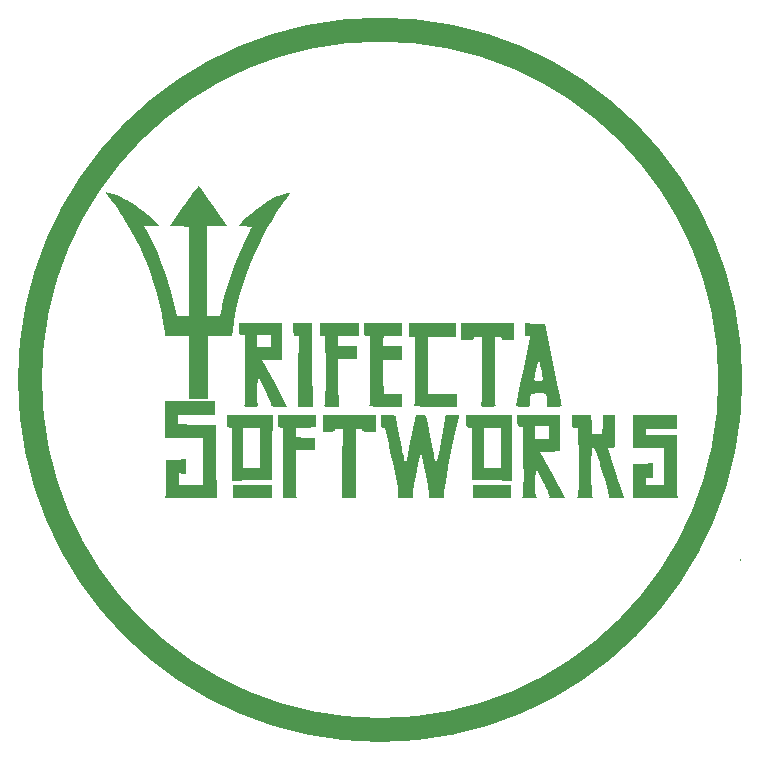
<source format=gbr>
%TF.GenerationSoftware,KiCad,Pcbnew,7.0.1*%
%TF.CreationDate,2023-03-27T13:13:22-05:00*%
%TF.ProjectId,_autosave-Circuitry-Circuit-Card,5f617574-6f73-4617-9665-2d4369726375,rev?*%
%TF.SameCoordinates,Original*%
%TF.FileFunction,Copper,L1,Top*%
%TF.FilePolarity,Positive*%
%FSLAX46Y46*%
G04 Gerber Fmt 4.6, Leading zero omitted, Abs format (unit mm)*
G04 Created by KiCad (PCBNEW 7.0.1) date 2023-03-27 13:13:22*
%MOMM*%
%LPD*%
G01*
G04 APERTURE LIST*
%TA.AperFunction,NonConductor*%
%ADD10C,0.000000*%
%TD*%
%TA.AperFunction,NonConductor*%
%ADD11C,2.000000*%
%TD*%
%TA.AperFunction,NonConductor*%
%ADD12C,0.200000*%
%TD*%
%TA.AperFunction,Profile*%
%ADD13C,0.100000*%
%TD*%
G04 APERTURE END LIST*
D10*
%TA.AperFunction,NonConductor*%
G36*
X119503174Y-79985404D02*
G01*
X119529633Y-80805618D01*
X120411575Y-80805618D01*
X120438034Y-79985404D01*
X120464493Y-79174018D01*
X121514008Y-79174018D01*
X121514008Y-81899230D01*
X121214150Y-81925681D01*
X120914284Y-81952144D01*
X121522827Y-83936519D01*
X121644283Y-84338958D01*
X121761916Y-84720209D01*
X121872728Y-85071488D01*
X121973721Y-85384010D01*
X122061898Y-85648989D01*
X122134261Y-85857640D01*
X122187814Y-86001180D01*
X122206600Y-86045788D01*
X122219559Y-86070823D01*
X122232874Y-86097314D01*
X122242572Y-86120691D01*
X122247930Y-86141149D01*
X122248223Y-86158881D01*
X122246244Y-86166785D01*
X122242728Y-86174080D01*
X122237584Y-86180791D01*
X122230722Y-86186942D01*
X122211481Y-86197658D01*
X122184282Y-86206424D01*
X122148402Y-86213433D01*
X122103116Y-86218878D01*
X122047702Y-86222954D01*
X121981437Y-86225855D01*
X121813455Y-86228904D01*
X121593384Y-86229575D01*
X121492556Y-86229257D01*
X121401509Y-86228266D01*
X121319892Y-86226552D01*
X121282511Y-86225407D01*
X121247358Y-86224062D01*
X121214387Y-86222510D01*
X121183556Y-86220746D01*
X121154822Y-86218761D01*
X121128140Y-86216551D01*
X121103466Y-86214108D01*
X121080758Y-86211426D01*
X121059972Y-86208498D01*
X121041064Y-86205319D01*
X121023991Y-86201881D01*
X121008708Y-86198178D01*
X120995173Y-86194204D01*
X120983341Y-86189953D01*
X120973170Y-86185417D01*
X120964615Y-86180591D01*
X120960930Y-86178066D01*
X120957633Y-86175467D01*
X120954718Y-86172792D01*
X120952180Y-86170040D01*
X120950014Y-86167211D01*
X120948213Y-86164303D01*
X120946773Y-86161316D01*
X120945688Y-86158249D01*
X120944953Y-86155102D01*
X120944562Y-86151873D01*
X120944510Y-86148562D01*
X120944791Y-86145167D01*
X120945399Y-86141689D01*
X120946330Y-86138125D01*
X120949138Y-86130741D01*
X120953170Y-86123009D01*
X120958382Y-86114921D01*
X120967165Y-86094340D01*
X120970354Y-86058992D01*
X120967936Y-86008786D01*
X120959898Y-85943633D01*
X120926911Y-85768123D01*
X120871289Y-85531738D01*
X120792930Y-85233753D01*
X120691730Y-84873447D01*
X120420395Y-83962978D01*
X120330192Y-83666661D01*
X120247778Y-83398637D01*
X120172677Y-83157640D01*
X120104410Y-82942403D01*
X120042500Y-82751661D01*
X119986467Y-82584147D01*
X119935835Y-82438596D01*
X119890124Y-82313741D01*
X119848858Y-82208317D01*
X119829742Y-82162496D01*
X119811558Y-82121057D01*
X119794246Y-82083843D01*
X119777746Y-82050695D01*
X119761999Y-82021455D01*
X119746945Y-81995965D01*
X119732523Y-81974067D01*
X119718675Y-81955601D01*
X119705341Y-81940411D01*
X119692460Y-81928338D01*
X119679973Y-81919223D01*
X119667821Y-81912908D01*
X119655943Y-81909235D01*
X119644280Y-81908046D01*
X119617790Y-81910292D01*
X119594414Y-81918571D01*
X119573957Y-81935195D01*
X119556226Y-81962478D01*
X119541027Y-82002732D01*
X119528167Y-82058269D01*
X119517450Y-82131402D01*
X119508685Y-82224443D01*
X119496231Y-82479501D01*
X119489255Y-82841942D01*
X119485535Y-83962978D01*
X119486827Y-84477967D01*
X119490909Y-84914512D01*
X119498092Y-85276851D01*
X119502943Y-85431516D01*
X119508686Y-85569219D01*
X119515359Y-85690489D01*
X119523001Y-85795856D01*
X119531650Y-85885848D01*
X119541346Y-85960996D01*
X119552127Y-86021830D01*
X119564032Y-86068879D01*
X119570419Y-86087400D01*
X119577100Y-86102673D01*
X119584082Y-86114764D01*
X119591370Y-86123740D01*
X119603716Y-86138009D01*
X119610766Y-86151075D01*
X119612183Y-86162980D01*
X119610674Y-86168508D01*
X119607631Y-86173761D01*
X119596774Y-86183457D01*
X119579278Y-86192106D01*
X119554804Y-86199748D01*
X119523019Y-86206421D01*
X119483585Y-86212164D01*
X119436168Y-86217016D01*
X119316037Y-86224200D01*
X119159939Y-86228283D01*
X118965187Y-86229575D01*
X118855349Y-86229351D01*
X118757034Y-86228611D01*
X118669778Y-86227250D01*
X118630152Y-86226305D01*
X118593117Y-86225166D01*
X118558613Y-86223820D01*
X118526583Y-86222254D01*
X118496970Y-86220456D01*
X118469714Y-86218413D01*
X118444757Y-86216111D01*
X118422042Y-86213538D01*
X118401511Y-86210681D01*
X118383104Y-86207526D01*
X118366765Y-86204062D01*
X118352435Y-86200274D01*
X118340055Y-86196151D01*
X118334578Y-86193959D01*
X118329568Y-86191679D01*
X118325016Y-86189308D01*
X118320915Y-86186845D01*
X118317259Y-86184288D01*
X118314039Y-86181636D01*
X118311249Y-86178887D01*
X118308881Y-86176040D01*
X118306928Y-86173092D01*
X118305383Y-86170043D01*
X118304238Y-86166891D01*
X118303487Y-86163633D01*
X118303122Y-86160269D01*
X118303135Y-86156797D01*
X118303519Y-86153214D01*
X118304268Y-86149521D01*
X118305374Y-86145714D01*
X118306829Y-86141793D01*
X118308627Y-86137755D01*
X118310759Y-86133600D01*
X118316001Y-86124929D01*
X118322495Y-86115767D01*
X118330185Y-86106101D01*
X118342898Y-86081927D01*
X118354577Y-86038801D01*
X118374834Y-85893470D01*
X118390957Y-85665664D01*
X118402947Y-85350938D01*
X118414522Y-84442950D01*
X118409561Y-83133952D01*
X118383102Y-80276450D01*
X118100876Y-80249988D01*
X117809837Y-80223537D01*
X117809837Y-79174018D01*
X119476715Y-79174018D01*
X119503174Y-79985404D01*
G37*
%TD.AperFunction*%
%TA.AperFunction,NonConductor*%
G36*
X96202198Y-80223537D02*
G01*
X95346714Y-80249988D01*
X94482407Y-80276450D01*
X94482407Y-81070201D01*
X95302616Y-81096656D01*
X96114006Y-81123115D01*
X96114006Y-82172630D01*
X94438313Y-82172630D01*
X94438313Y-84095267D01*
X94439604Y-84574188D01*
X94443686Y-84981486D01*
X94450869Y-85320777D01*
X94455720Y-85466051D01*
X94461462Y-85595679D01*
X94468135Y-85710115D01*
X94475776Y-85809809D01*
X94484425Y-85895215D01*
X94494121Y-85966785D01*
X94504902Y-86024970D01*
X94516807Y-86070223D01*
X94523193Y-86088141D01*
X94529874Y-86102996D01*
X94536856Y-86114843D01*
X94544144Y-86123740D01*
X94556607Y-86138009D01*
X94564058Y-86151075D01*
X94565823Y-86157171D01*
X94566238Y-86162980D01*
X94565270Y-86168508D01*
X94562888Y-86173761D01*
X94559058Y-86178742D01*
X94553750Y-86183457D01*
X94538566Y-86192106D01*
X94517077Y-86199748D01*
X94489025Y-86206421D01*
X94454152Y-86212164D01*
X94412199Y-86217016D01*
X94362908Y-86221015D01*
X94306020Y-86224200D01*
X94168422Y-86228283D01*
X93997337Y-86229575D01*
X93335880Y-86229575D01*
X93362339Y-83230964D01*
X93388802Y-80232352D01*
X93159493Y-80232352D01*
X93122135Y-80231933D01*
X93089247Y-80230234D01*
X93060545Y-80226597D01*
X93035745Y-80220363D01*
X93024719Y-80216066D01*
X93014562Y-80210874D01*
X93005238Y-80204702D01*
X92996712Y-80197470D01*
X92988948Y-80189094D01*
X92981911Y-80179493D01*
X92975565Y-80168583D01*
X92969875Y-80156283D01*
X92960319Y-80127183D01*
X92952959Y-80091532D01*
X92947512Y-80048673D01*
X92943692Y-79997946D01*
X92941216Y-79938693D01*
X92939799Y-79870254D01*
X92939007Y-79703185D01*
X92939007Y-79174018D01*
X96202198Y-79174018D01*
X96202198Y-80223537D01*
G37*
%TD.AperFunction*%
D11*
X131248000Y-76192000D02*
G75*
G03*
X131248000Y-76192000I-29650000J0D01*
G01*
D10*
%TA.AperFunction,NonConductor*%
G36*
X102377209Y-79174259D02*
G01*
X102464558Y-79175120D01*
X102541573Y-79176808D01*
X102608975Y-79179530D01*
X102639298Y-79181343D01*
X102667490Y-79183491D01*
X102693640Y-79186002D01*
X102717839Y-79188900D01*
X102740178Y-79192211D01*
X102760747Y-79195962D01*
X102779637Y-79200178D01*
X102796938Y-79204884D01*
X102812740Y-79210108D01*
X102827134Y-79215874D01*
X102840210Y-79222208D01*
X102852059Y-79229137D01*
X102862771Y-79236686D01*
X102872437Y-79244881D01*
X102881147Y-79253747D01*
X102888991Y-79263312D01*
X102896060Y-79273599D01*
X102902444Y-79284636D01*
X102908234Y-79296449D01*
X102913520Y-79309062D01*
X102918393Y-79322502D01*
X102922942Y-79336794D01*
X102931435Y-79368041D01*
X103060423Y-80003047D01*
X103301849Y-81246589D01*
X103435917Y-81947872D01*
X103490465Y-82231024D01*
X103537635Y-82473042D01*
X103578139Y-82676819D01*
X103596113Y-82765272D01*
X103612688Y-82845250D01*
X103627950Y-82917115D01*
X103641990Y-82981228D01*
X103654897Y-83037951D01*
X103666759Y-83087647D01*
X103677664Y-83130676D01*
X103687703Y-83167401D01*
X103696962Y-83198183D01*
X103705533Y-83223384D01*
X103709587Y-83234004D01*
X103713502Y-83243365D01*
X103717290Y-83251512D01*
X103720960Y-83258489D01*
X103724525Y-83264343D01*
X103727994Y-83269117D01*
X103731381Y-83272858D01*
X103734695Y-83275611D01*
X103737947Y-83277421D01*
X103741149Y-83278333D01*
X103744312Y-83278392D01*
X103747447Y-83277644D01*
X103750565Y-83276134D01*
X103753677Y-83273906D01*
X103756795Y-83271007D01*
X103759928Y-83267481D01*
X103766289Y-83258731D01*
X103772849Y-83248017D01*
X103786919Y-83222144D01*
X103807695Y-83156567D01*
X103842320Y-83018332D01*
X103945674Y-82557378D01*
X104082100Y-81906253D01*
X104236717Y-81131931D01*
X104615952Y-79174018D01*
X105030464Y-79174018D01*
X105076018Y-79174528D01*
X105119969Y-79176034D01*
X105162163Y-79178495D01*
X105202445Y-79181873D01*
X105240660Y-79186130D01*
X105276652Y-79191226D01*
X105310267Y-79197124D01*
X105341351Y-79203784D01*
X105369747Y-79211167D01*
X105395300Y-79219235D01*
X105406963Y-79223513D01*
X105417857Y-79227949D01*
X105427963Y-79232535D01*
X105437261Y-79237269D01*
X105445732Y-79242145D01*
X105453358Y-79247159D01*
X105460118Y-79252304D01*
X105465993Y-79257578D01*
X105470963Y-79262974D01*
X105475010Y-79268487D01*
X105478114Y-79274114D01*
X105480255Y-79279849D01*
X105529176Y-79478427D01*
X105626881Y-79935798D01*
X105912415Y-81352416D01*
X105990668Y-81748380D01*
X106065511Y-82117369D01*
X106135187Y-82451424D01*
X106197938Y-82742587D01*
X106252008Y-82982900D01*
X106295639Y-83164406D01*
X106327075Y-83279145D01*
X106337671Y-83308990D01*
X106341592Y-83316597D01*
X106344559Y-83319160D01*
X106366838Y-83275741D01*
X106402488Y-83152882D01*
X106505376Y-82713235D01*
X106636169Y-82089001D01*
X106777814Y-81368958D01*
X106913258Y-80641887D01*
X107025448Y-79996569D01*
X107097331Y-79521784D01*
X107112829Y-79376085D01*
X107111855Y-79306312D01*
X107105218Y-79285931D01*
X107102174Y-79267708D01*
X107103212Y-79251526D01*
X107105415Y-79244164D01*
X107108823Y-79237269D01*
X107113497Y-79230827D01*
X107119498Y-79224822D01*
X107135729Y-79214066D01*
X107158006Y-79204887D01*
X107186820Y-79197168D01*
X107222662Y-79190793D01*
X107266023Y-79185644D01*
X107317394Y-79181607D01*
X107377266Y-79178565D01*
X107524475Y-79175000D01*
X107711578Y-79174018D01*
X107819173Y-79174152D01*
X107914185Y-79174673D01*
X107997259Y-79175762D01*
X108069041Y-79177601D01*
X108100900Y-79178858D01*
X108130179Y-79180370D01*
X108156957Y-79182160D01*
X108181316Y-79184250D01*
X108203337Y-79186663D01*
X108223100Y-79189422D01*
X108240687Y-79192549D01*
X108256177Y-79196067D01*
X108269652Y-79199998D01*
X108281192Y-79204365D01*
X108286262Y-79206719D01*
X108290878Y-79209191D01*
X108295052Y-79211783D01*
X108298792Y-79214498D01*
X108302108Y-79217339D01*
X108305012Y-79220309D01*
X108307513Y-79223410D01*
X108309621Y-79226646D01*
X108311347Y-79230019D01*
X108312700Y-79233532D01*
X108313690Y-79237188D01*
X108314328Y-79240990D01*
X108314623Y-79244941D01*
X108314586Y-79249042D01*
X108313556Y-79257712D01*
X108311318Y-79267020D01*
X108307953Y-79276991D01*
X108303542Y-79287646D01*
X108298164Y-79299009D01*
X108291902Y-79311102D01*
X108284836Y-79323947D01*
X108252282Y-79422511D01*
X108196370Y-79642824D01*
X108026874Y-80393305D01*
X107801151Y-81464593D01*
X107544006Y-82745895D01*
X107385549Y-83548653D01*
X107253654Y-84233486D01*
X107147596Y-84804839D01*
X107066653Y-85267154D01*
X107010102Y-85624876D01*
X106990747Y-85765903D01*
X106977218Y-85882448D01*
X106969426Y-85975067D01*
X106967279Y-86044315D01*
X106970687Y-86090748D01*
X106974447Y-86105582D01*
X106979561Y-86114921D01*
X106990355Y-86130741D01*
X106996046Y-86145167D01*
X106996285Y-86158249D01*
X106994251Y-86164303D01*
X106990723Y-86170040D01*
X106979012Y-86180591D01*
X106960802Y-86189953D01*
X106935746Y-86198178D01*
X106903493Y-86205319D01*
X106863695Y-86211426D01*
X106816004Y-86216551D01*
X106760071Y-86220746D01*
X106695546Y-86224062D01*
X106539328Y-86228266D01*
X106344559Y-86229575D01*
X106237824Y-86229354D01*
X106142213Y-86228628D01*
X106057273Y-86227308D01*
X106018663Y-86226397D01*
X105982551Y-86225303D01*
X105948881Y-86224016D01*
X105917597Y-86222524D01*
X105888641Y-86220815D01*
X105861957Y-86218878D01*
X105837488Y-86216703D01*
X105815179Y-86214277D01*
X105794972Y-86211589D01*
X105776812Y-86208629D01*
X105760640Y-86205384D01*
X105746402Y-86201844D01*
X105734041Y-86197997D01*
X105728546Y-86195955D01*
X105723499Y-86193832D01*
X105718893Y-86191627D01*
X105714721Y-86189337D01*
X105710975Y-86186963D01*
X105707650Y-86184502D01*
X105704736Y-86181953D01*
X105702229Y-86179315D01*
X105700120Y-86176585D01*
X105698402Y-86173764D01*
X105697068Y-86170849D01*
X105696112Y-86167839D01*
X105695526Y-86164732D01*
X105695303Y-86161527D01*
X105695437Y-86158223D01*
X105695919Y-86154819D01*
X105696743Y-86151312D01*
X105697902Y-86147701D01*
X105699389Y-86143986D01*
X105701197Y-86140164D01*
X105705747Y-86132196D01*
X105711494Y-86123785D01*
X105718384Y-86114921D01*
X105730046Y-86092372D01*
X105738503Y-86060626D01*
X105743654Y-86018957D01*
X105745394Y-85966644D01*
X105738228Y-85827187D01*
X105716179Y-85636467D01*
X105678420Y-85388696D01*
X105624125Y-85078087D01*
X105552465Y-84698851D01*
X105462616Y-84245200D01*
X105322606Y-83563759D01*
X105202442Y-83000555D01*
X105153936Y-82781636D01*
X105115351Y-82614291D01*
X105088342Y-82505857D01*
X105079695Y-82476025D01*
X105074562Y-82463672D01*
X105064569Y-82455511D01*
X105054150Y-82455438D01*
X105042878Y-82465338D01*
X105030327Y-82487098D01*
X104999682Y-82573743D01*
X104958806Y-82730460D01*
X104904288Y-82972341D01*
X104832716Y-83314473D01*
X104624771Y-84359851D01*
X104561295Y-84687739D01*
X104503917Y-84998573D01*
X104453774Y-85285222D01*
X104412003Y-85540555D01*
X104379740Y-85757440D01*
X104358123Y-85928748D01*
X104351662Y-85995081D01*
X104348288Y-86047345D01*
X104348144Y-86084649D01*
X104351372Y-86106101D01*
X104356159Y-86123474D01*
X104357019Y-86139259D01*
X104353539Y-86153519D01*
X104345304Y-86166319D01*
X104331902Y-86177725D01*
X104312919Y-86187800D01*
X104287941Y-86196609D01*
X104256556Y-86204216D01*
X104218349Y-86210687D01*
X104172908Y-86216086D01*
X104119818Y-86220476D01*
X104058668Y-86223924D01*
X103910528Y-86228249D01*
X103725182Y-86229575D01*
X103639385Y-86229263D01*
X103560526Y-86228318D01*
X103488513Y-86226726D01*
X103423258Y-86224475D01*
X103364668Y-86221553D01*
X103312654Y-86217946D01*
X103267125Y-86213641D01*
X103246764Y-86211223D01*
X103227991Y-86208626D01*
X103210794Y-86205848D01*
X103195162Y-86202887D01*
X103181083Y-86199743D01*
X103168546Y-86196412D01*
X103157540Y-86192895D01*
X103148054Y-86189188D01*
X103140077Y-86185291D01*
X103133596Y-86181202D01*
X103128601Y-86176919D01*
X103125080Y-86172441D01*
X103123869Y-86170128D01*
X103123022Y-86167766D01*
X103122539Y-86165354D01*
X103122416Y-86162892D01*
X103123251Y-86157818D01*
X103125515Y-86152543D01*
X103129197Y-86147064D01*
X103134285Y-86141380D01*
X103144922Y-86118366D01*
X103150339Y-86075509D01*
X103145310Y-85928610D01*
X103118782Y-85697375D01*
X103070344Y-85378497D01*
X102906082Y-84464581D01*
X102649216Y-83160403D01*
X102552423Y-82680363D01*
X102466470Y-82256533D01*
X102390413Y-81885388D01*
X102323309Y-81563399D01*
X102264215Y-81287040D01*
X102237377Y-81164870D01*
X102212187Y-81052785D01*
X102188529Y-80950344D01*
X102166283Y-80857106D01*
X102145333Y-80772630D01*
X102125560Y-80696476D01*
X102106846Y-80628203D01*
X102089074Y-80567369D01*
X102072125Y-80513534D01*
X102055882Y-80466257D01*
X102040227Y-80425098D01*
X102025042Y-80389614D01*
X102017589Y-80373863D01*
X102010209Y-80359366D01*
X102002887Y-80346068D01*
X101995610Y-80333913D01*
X101988361Y-80322847D01*
X101981127Y-80312813D01*
X101973892Y-80303759D01*
X101966643Y-80295627D01*
X101959363Y-80288363D01*
X101952039Y-80281912D01*
X101944655Y-80276219D01*
X101937197Y-80271228D01*
X101929651Y-80266885D01*
X101922001Y-80263135D01*
X101914232Y-80259922D01*
X101906331Y-80257191D01*
X101890070Y-80252956D01*
X101873100Y-80249988D01*
X101840302Y-80244621D01*
X101811211Y-80238053D01*
X101785608Y-80229701D01*
X101763273Y-80218985D01*
X101753263Y-80212559D01*
X101743988Y-80205324D01*
X101735420Y-80197207D01*
X101727531Y-80188135D01*
X101720295Y-80178037D01*
X101713684Y-80166838D01*
X101702228Y-80140852D01*
X101692941Y-80109594D01*
X101685605Y-80072484D01*
X101680001Y-80028940D01*
X101675908Y-79978381D01*
X101673106Y-79920226D01*
X101671377Y-79853893D01*
X101670258Y-79694370D01*
X101670258Y-79174018D01*
X102278801Y-79174018D01*
X102377209Y-79174259D01*
G37*
%TD.AperFunction*%
%TA.AperFunction,NonConductor*%
G36*
X95867062Y-74940685D02*
G01*
X95893520Y-78468463D01*
X94658798Y-78468463D01*
X94685253Y-75469852D01*
X94711716Y-72471240D01*
X94482407Y-72471240D01*
X94445050Y-72470820D01*
X94412162Y-72469121D01*
X94383461Y-72465484D01*
X94358661Y-72459251D01*
X94347635Y-72454954D01*
X94337478Y-72449761D01*
X94328154Y-72443590D01*
X94319628Y-72436358D01*
X94311864Y-72427982D01*
X94304827Y-72418380D01*
X94298481Y-72407471D01*
X94292790Y-72395171D01*
X94283234Y-72366070D01*
X94275875Y-72330420D01*
X94270427Y-72287561D01*
X94266607Y-72236834D01*
X94264130Y-72177581D01*
X94262713Y-72109142D01*
X94261921Y-71942073D01*
X94261921Y-71412910D01*
X95849422Y-71412910D01*
X95867062Y-74940685D01*
G37*
%TD.AperFunction*%
%TA.AperFunction,NonConductor*%
G36*
X99818169Y-72471240D02*
G01*
X98054283Y-72471240D01*
X98054283Y-73353187D01*
X99641785Y-73353187D01*
X99641785Y-74411517D01*
X98045464Y-74411517D01*
X98071922Y-76439990D01*
X98098381Y-78468463D01*
X97445744Y-78468463D01*
X97349976Y-78468239D01*
X97264170Y-78467498D01*
X97187949Y-78466138D01*
X97153317Y-78465192D01*
X97120940Y-78464053D01*
X97090773Y-78462708D01*
X97062767Y-78461142D01*
X97036878Y-78459344D01*
X97013057Y-78457301D01*
X96991258Y-78454999D01*
X96971434Y-78452426D01*
X96953538Y-78449569D01*
X96937523Y-78446414D01*
X96923343Y-78442950D01*
X96910951Y-78439162D01*
X96900299Y-78435039D01*
X96895612Y-78432847D01*
X96891342Y-78430567D01*
X96887484Y-78428196D01*
X96884032Y-78425733D01*
X96880980Y-78423176D01*
X96878322Y-78420524D01*
X96876052Y-78417775D01*
X96874165Y-78414928D01*
X96872655Y-78411980D01*
X96871515Y-78408931D01*
X96870741Y-78405778D01*
X96870325Y-78402521D01*
X96870263Y-78399157D01*
X96870548Y-78395684D01*
X96871175Y-78392102D01*
X96872138Y-78388409D01*
X96873430Y-78384602D01*
X96875046Y-78380681D01*
X96879227Y-78372488D01*
X96884634Y-78363817D01*
X96891220Y-78354655D01*
X96898937Y-78344989D01*
X96911650Y-78320815D01*
X96923329Y-78277689D01*
X96943586Y-78132358D01*
X96959708Y-77904552D01*
X96971697Y-77589826D01*
X96983271Y-76681838D01*
X96978310Y-75372840D01*
X96951851Y-72515338D01*
X96713726Y-72488876D01*
X96671712Y-72483896D01*
X96634748Y-72478387D01*
X96602513Y-72471612D01*
X96574684Y-72462834D01*
X96562320Y-72457464D01*
X96550936Y-72451317D01*
X96540493Y-72444301D01*
X96530948Y-72436324D01*
X96522263Y-72427294D01*
X96514397Y-72417120D01*
X96507309Y-72405708D01*
X96500958Y-72392967D01*
X96495306Y-72378806D01*
X96490311Y-72363131D01*
X96482131Y-72326873D01*
X96476095Y-72283459D01*
X96471881Y-72232151D01*
X96469166Y-72172213D01*
X96467626Y-72102909D01*
X96466782Y-71933257D01*
X96466782Y-71412910D01*
X99818169Y-71412910D01*
X99818169Y-72471240D01*
G37*
%TD.AperFunction*%
%TA.AperFunction,NonConductor*%
G36*
X101229286Y-80585132D02*
G01*
X100656021Y-80585132D01*
X100575460Y-80584809D01*
X100502249Y-80583788D01*
X100436093Y-80581992D01*
X100405567Y-80580779D01*
X100376693Y-80579343D01*
X100349434Y-80577675D01*
X100323752Y-80575765D01*
X100299612Y-80573602D01*
X100276974Y-80571178D01*
X100255803Y-80568483D01*
X100236062Y-80565506D01*
X100217712Y-80562239D01*
X100200717Y-80558672D01*
X100185040Y-80554794D01*
X100170643Y-80550597D01*
X100157490Y-80546070D01*
X100145544Y-80541205D01*
X100134766Y-80535990D01*
X100125120Y-80530417D01*
X100116570Y-80524476D01*
X100109077Y-80518157D01*
X100102605Y-80511450D01*
X100097116Y-80504346D01*
X100092573Y-80496835D01*
X100088940Y-80488908D01*
X100086179Y-80480554D01*
X100084253Y-80471764D01*
X100083124Y-80462529D01*
X100082756Y-80452838D01*
X100082498Y-80444699D01*
X100081723Y-80436818D01*
X100080431Y-80429196D01*
X100078622Y-80421832D01*
X100076296Y-80414726D01*
X100073454Y-80407879D01*
X100070095Y-80401291D01*
X100066219Y-80394960D01*
X100061827Y-80388888D01*
X100056917Y-80383075D01*
X100051491Y-80377520D01*
X100045548Y-80372223D01*
X100032112Y-80362405D01*
X100016609Y-80353620D01*
X99999039Y-80345869D01*
X99979402Y-80339151D01*
X99957697Y-80333467D01*
X99933926Y-80328816D01*
X99908087Y-80325199D01*
X99880181Y-80322615D01*
X99850209Y-80321065D01*
X99818169Y-80320548D01*
X99544769Y-80320548D01*
X99571228Y-83275062D01*
X99597687Y-86229575D01*
X98362961Y-86229575D01*
X98389420Y-83275062D01*
X98415886Y-80320548D01*
X98098381Y-80320548D01*
X98078873Y-80320677D01*
X98060033Y-80321065D01*
X98041858Y-80321711D01*
X98024346Y-80322615D01*
X98007493Y-80323778D01*
X97991295Y-80325199D01*
X97975749Y-80326878D01*
X97960853Y-80328816D01*
X97946603Y-80331012D01*
X97932995Y-80333467D01*
X97920027Y-80336180D01*
X97907695Y-80339151D01*
X97895996Y-80342380D01*
X97884927Y-80345869D01*
X97874485Y-80349615D01*
X97864666Y-80353620D01*
X97855467Y-80357883D01*
X97846884Y-80362405D01*
X97838916Y-80367185D01*
X97831558Y-80372223D01*
X97824807Y-80377520D01*
X97818660Y-80383075D01*
X97813114Y-80388888D01*
X97808166Y-80394960D01*
X97803811Y-80401291D01*
X97800048Y-80407879D01*
X97796872Y-80414726D01*
X97794282Y-80421832D01*
X97792272Y-80429196D01*
X97790841Y-80436818D01*
X97789984Y-80444699D01*
X97789700Y-80452838D01*
X97788311Y-80471764D01*
X97783964Y-80488908D01*
X97776387Y-80504346D01*
X97765309Y-80518157D01*
X97750458Y-80530417D01*
X97731564Y-80541205D01*
X97708355Y-80550597D01*
X97680560Y-80558672D01*
X97647907Y-80565506D01*
X97610125Y-80571178D01*
X97566943Y-80575765D01*
X97518089Y-80579343D01*
X97463292Y-80581992D01*
X97402282Y-80583788D01*
X97260532Y-80585132D01*
X96731365Y-80585132D01*
X96731365Y-79174018D01*
X101229286Y-79174018D01*
X101229286Y-80585132D01*
G37*
%TD.AperFunction*%
%TA.AperFunction,NonConductor*%
G36*
X87647339Y-79174018D02*
G01*
X84472340Y-79174018D01*
X84472340Y-79967769D01*
X86086296Y-79985404D01*
X87691437Y-80011867D01*
X87735535Y-83125129D01*
X87779629Y-86229575D01*
X85548313Y-86229575D01*
X84827547Y-86229248D01*
X84534866Y-86228471D01*
X84283410Y-86226957D01*
X84172225Y-86225847D01*
X84070247Y-86224461D01*
X83977108Y-86222769D01*
X83892443Y-86220739D01*
X83815884Y-86218340D01*
X83747066Y-86215543D01*
X83685621Y-86212316D01*
X83631184Y-86208629D01*
X83583386Y-86204451D01*
X83541863Y-86199751D01*
X83523339Y-86197196D01*
X83506247Y-86194499D01*
X83490539Y-86191656D01*
X83476171Y-86188664D01*
X83463097Y-86185519D01*
X83451270Y-86182216D01*
X83440645Y-86178752D01*
X83431176Y-86175123D01*
X83422818Y-86171325D01*
X83415523Y-86167355D01*
X83409248Y-86163208D01*
X83403945Y-86158881D01*
X83399569Y-86154370D01*
X83396074Y-86149671D01*
X83393415Y-86144780D01*
X83391545Y-86139694D01*
X83390419Y-86134408D01*
X83389990Y-86128919D01*
X83390214Y-86123222D01*
X83391043Y-86117315D01*
X83392433Y-86111193D01*
X83394338Y-86104853D01*
X83399508Y-86091500D01*
X83406186Y-86077227D01*
X83414005Y-86062003D01*
X83423717Y-86036897D01*
X83432989Y-85998406D01*
X83450112Y-85883960D01*
X83465167Y-85724038D01*
X83477949Y-85524016D01*
X83488249Y-85289267D01*
X83495863Y-85025166D01*
X83500582Y-84737087D01*
X83502201Y-84430404D01*
X83502201Y-82975196D01*
X84340046Y-82948741D01*
X85177895Y-82922282D01*
X85177895Y-84165824D01*
X84869213Y-84130542D01*
X84560532Y-84095267D01*
X84560532Y-85083045D01*
X86589005Y-85083045D01*
X86589005Y-81114295D01*
X83414005Y-81114295D01*
X83414005Y-78027492D01*
X87647339Y-78027492D01*
X87647339Y-79174018D01*
G37*
%TD.AperFunction*%
%TA.AperFunction,NonConductor*%
G36*
X86281773Y-59792517D02*
G01*
X86289146Y-59797698D01*
X86414822Y-59970229D01*
X86686019Y-60357733D01*
X87063051Y-60903988D01*
X87506229Y-61552772D01*
X88626301Y-63210826D01*
X86941784Y-63210826D01*
X86941784Y-70795547D01*
X88061852Y-70795547D01*
X88123592Y-70416312D01*
X88170116Y-70150628D01*
X88232852Y-69855191D01*
X88402367Y-69188340D01*
X88622939Y-68442321D01*
X88885370Y-67643697D01*
X89180460Y-66819027D01*
X89499011Y-65994874D01*
X89831826Y-65197799D01*
X90169704Y-64454364D01*
X90567678Y-63612108D01*
X90689357Y-63350556D01*
X90722550Y-63276314D01*
X90731195Y-63255407D01*
X90734142Y-63246101D01*
X90731193Y-63242798D01*
X90722533Y-63239522D01*
X90689219Y-63233149D01*
X90636475Y-63227190D01*
X90566575Y-63221850D01*
X90481791Y-63217337D01*
X90384399Y-63213858D01*
X90276671Y-63211618D01*
X90160881Y-63210826D01*
X90067258Y-63210690D01*
X89984475Y-63210154D01*
X89912001Y-63209024D01*
X89849306Y-63207105D01*
X89821461Y-63205789D01*
X89795862Y-63204204D01*
X89772443Y-63202325D01*
X89751138Y-63200128D01*
X89731881Y-63197588D01*
X89714605Y-63194682D01*
X89699244Y-63191385D01*
X89685733Y-63187673D01*
X89674004Y-63183522D01*
X89663992Y-63178907D01*
X89655631Y-63173805D01*
X89652048Y-63171063D01*
X89648853Y-63168191D01*
X89646038Y-63165184D01*
X89643594Y-63162040D01*
X89641513Y-63158756D01*
X89639786Y-63155330D01*
X89638406Y-63151756D01*
X89637364Y-63148034D01*
X89636652Y-63144160D01*
X89636261Y-63140130D01*
X89636412Y-63131593D01*
X89637749Y-63122398D01*
X89640208Y-63112523D01*
X89643720Y-63101941D01*
X89648221Y-63090630D01*
X89653644Y-63078564D01*
X89659923Y-63065720D01*
X89666992Y-63052074D01*
X89710700Y-62988320D01*
X89783489Y-62904606D01*
X89882193Y-62803503D01*
X90003648Y-62687582D01*
X90302149Y-62421569D01*
X90653669Y-62127134D01*
X91032888Y-61824844D01*
X91414484Y-61535267D01*
X91773134Y-61278969D01*
X91935943Y-61169727D01*
X92083519Y-61076518D01*
X92238169Y-60986791D01*
X92401294Y-60897787D01*
X92568141Y-60811883D01*
X92733954Y-60731457D01*
X92893979Y-60658886D01*
X93043461Y-60596547D01*
X93112764Y-60569957D01*
X93177647Y-60546817D01*
X93237518Y-60527423D01*
X93291782Y-60512073D01*
X93492976Y-60453370D01*
X93684248Y-60399626D01*
X93842448Y-60355805D01*
X93944424Y-60326865D01*
X93963227Y-60323146D01*
X93970601Y-60323461D01*
X93976618Y-60325228D01*
X93981271Y-60328448D01*
X93984556Y-60333123D01*
X93986469Y-60339255D01*
X93987004Y-60346845D01*
X93983923Y-60366406D01*
X93975274Y-60391820D01*
X93961017Y-60423100D01*
X93941115Y-60460257D01*
X93915529Y-60503306D01*
X93884220Y-60552259D01*
X93847148Y-60607129D01*
X93804276Y-60667928D01*
X93700975Y-60807369D01*
X93574005Y-60970683D01*
X93176620Y-61513547D01*
X92786095Y-62097247D01*
X92404329Y-62717147D01*
X92033222Y-63368608D01*
X91674671Y-64046993D01*
X91330578Y-64747662D01*
X91002839Y-65465980D01*
X90693356Y-66197307D01*
X90404026Y-66937005D01*
X90136749Y-67680437D01*
X89893424Y-68422965D01*
X89675950Y-69159950D01*
X89486226Y-69886755D01*
X89326151Y-70598742D01*
X89197625Y-71291272D01*
X89102547Y-71959708D01*
X89040810Y-72462424D01*
X88008938Y-72488876D01*
X86985882Y-72515338D01*
X87012337Y-75178806D01*
X87038799Y-77851104D01*
X85442478Y-77851104D01*
X85442478Y-72471240D01*
X83422829Y-72471240D01*
X83378731Y-72180194D01*
X83251055Y-71395799D01*
X83111390Y-70650988D01*
X82957670Y-69937389D01*
X82787826Y-69246631D01*
X82599793Y-68570342D01*
X82391502Y-67900151D01*
X82160889Y-67227685D01*
X81905884Y-66544574D01*
X81751363Y-66160670D01*
X81586248Y-65771081D01*
X81228991Y-64983532D01*
X80843622Y-64199291D01*
X80439650Y-63435720D01*
X80026582Y-62710183D01*
X79819609Y-62367104D01*
X79613928Y-62040044D01*
X79410727Y-61731174D01*
X79211195Y-61442664D01*
X79016521Y-61176686D01*
X78827892Y-60935409D01*
X78738080Y-60821738D01*
X78655088Y-60713957D01*
X78580778Y-60614652D01*
X78517009Y-60526406D01*
X78489659Y-60487237D01*
X78465642Y-60451801D01*
X78445191Y-60420423D01*
X78428538Y-60393423D01*
X78415916Y-60371127D01*
X78407557Y-60353855D01*
X78405049Y-60347205D01*
X78403695Y-60341933D01*
X78403522Y-60338078D01*
X78404560Y-60335681D01*
X78410202Y-60333088D01*
X78420339Y-60331877D01*
X78434713Y-60331983D01*
X78453067Y-60333342D01*
X78500678Y-60339561D01*
X78561105Y-60350017D01*
X78632281Y-60364193D01*
X78712138Y-60381573D01*
X78798610Y-60401640D01*
X78889629Y-60423877D01*
X79081743Y-60481197D01*
X79283456Y-60553361D01*
X79493411Y-60639504D01*
X79710252Y-60738759D01*
X79932622Y-60850262D01*
X80159165Y-60973147D01*
X80388525Y-61106548D01*
X80619344Y-61249599D01*
X80850267Y-61401436D01*
X81079937Y-61561191D01*
X81306996Y-61728001D01*
X81530090Y-61900999D01*
X81747861Y-62079319D01*
X81958952Y-62262097D01*
X82162008Y-62448466D01*
X82355671Y-62637561D01*
X82920116Y-63210826D01*
X81641300Y-63210826D01*
X81861786Y-63581241D01*
X82138512Y-64107462D01*
X82438493Y-64753262D01*
X82750257Y-65488565D01*
X83062331Y-66283297D01*
X83363244Y-67107381D01*
X83641522Y-67930741D01*
X83885693Y-68723303D01*
X84084286Y-69454990D01*
X84419422Y-70795547D01*
X85442478Y-70795547D01*
X85442478Y-63219642D01*
X84648727Y-63193183D01*
X83846161Y-63166728D01*
X85019146Y-61429294D01*
X85176520Y-61197999D01*
X85321505Y-60986600D01*
X85454527Y-60794528D01*
X85576011Y-60621214D01*
X85686386Y-60466090D01*
X85786076Y-60328588D01*
X85875508Y-60208139D01*
X85955109Y-60104175D01*
X86025304Y-60016127D01*
X86086521Y-59943427D01*
X86113896Y-59912655D01*
X86139186Y-59885507D01*
X86162444Y-59861911D01*
X86183725Y-59841797D01*
X86203080Y-59825093D01*
X86220564Y-59811730D01*
X86236229Y-59801634D01*
X86250129Y-59794736D01*
X86262318Y-59790965D01*
X86272848Y-59790249D01*
X86281773Y-59792517D01*
G37*
%TD.AperFunction*%
%TA.AperFunction,NonConductor*%
G36*
X93291782Y-74490897D02*
G01*
X92453938Y-74517348D01*
X91624912Y-74543811D01*
X92665604Y-76501723D01*
X93715115Y-78468463D01*
X93009560Y-78468463D01*
X92910285Y-78468144D01*
X92820597Y-78467154D01*
X92740159Y-78465440D01*
X92703303Y-78464295D01*
X92668634Y-78462950D01*
X92636110Y-78461399D01*
X92605688Y-78459634D01*
X92577327Y-78457650D01*
X92550985Y-78455439D01*
X92526619Y-78452996D01*
X92504187Y-78450314D01*
X92483649Y-78447387D01*
X92464961Y-78444207D01*
X92448081Y-78440770D01*
X92432969Y-78437067D01*
X92419581Y-78433093D01*
X92407875Y-78428841D01*
X92397811Y-78424305D01*
X92389345Y-78419479D01*
X92385698Y-78416954D01*
X92382436Y-78414355D01*
X92379552Y-78411680D01*
X92377042Y-78408928D01*
X92374899Y-78406098D01*
X92373120Y-78403190D01*
X92371699Y-78400203D01*
X92370629Y-78397136D01*
X92369908Y-78393989D01*
X92369528Y-78390760D01*
X92369484Y-78387448D01*
X92369773Y-78384053D01*
X92370387Y-78380575D01*
X92371322Y-78377011D01*
X92374135Y-78369627D01*
X92378169Y-78361893D01*
X92383381Y-78353805D01*
X92392358Y-78336828D01*
X92396076Y-78312242D01*
X92394447Y-78279878D01*
X92387378Y-78239569D01*
X92374780Y-78191146D01*
X92356562Y-78134443D01*
X92302905Y-77995519D01*
X92225684Y-77821456D01*
X92124174Y-77610909D01*
X91997654Y-77362534D01*
X91845398Y-77074989D01*
X91219212Y-75902007D01*
X91192757Y-77066169D01*
X91188209Y-77340693D01*
X91187485Y-77465584D01*
X91187795Y-77582246D01*
X91189139Y-77690691D01*
X91191515Y-77790933D01*
X91194926Y-77882983D01*
X91199370Y-77966856D01*
X91204848Y-78042564D01*
X91211359Y-78110120D01*
X91218904Y-78169537D01*
X91227482Y-78220828D01*
X91237094Y-78264005D01*
X91247740Y-78299083D01*
X91253451Y-78313588D01*
X91259420Y-78326073D01*
X91265647Y-78336540D01*
X91272133Y-78344989D01*
X91286428Y-78363817D01*
X91295956Y-78380681D01*
X91300290Y-78395684D01*
X91300377Y-78402521D01*
X91299005Y-78408931D01*
X91296121Y-78414928D01*
X91291673Y-78420524D01*
X91277868Y-78430567D01*
X91257165Y-78439162D01*
X91229137Y-78446414D01*
X91193357Y-78452426D01*
X91149400Y-78457301D01*
X91096838Y-78461142D01*
X91035246Y-78464053D01*
X90883266Y-78467498D01*
X90690048Y-78468463D01*
X90589525Y-78468239D01*
X90499363Y-78467498D01*
X90419174Y-78466138D01*
X90382699Y-78465192D01*
X90348572Y-78464053D01*
X90316744Y-78462708D01*
X90287167Y-78461142D01*
X90259793Y-78459344D01*
X90234574Y-78457301D01*
X90211460Y-78454999D01*
X90190403Y-78452426D01*
X90171356Y-78449569D01*
X90154269Y-78446414D01*
X90139094Y-78442950D01*
X90125782Y-78439162D01*
X90114286Y-78435039D01*
X90109203Y-78432847D01*
X90104556Y-78430567D01*
X90100339Y-78428196D01*
X90096545Y-78425733D01*
X90093168Y-78423176D01*
X90090203Y-78420524D01*
X90087643Y-78417775D01*
X90085483Y-78414928D01*
X90083715Y-78411980D01*
X90082335Y-78408931D01*
X90081336Y-78405778D01*
X90080712Y-78402521D01*
X90080457Y-78399157D01*
X90080565Y-78395684D01*
X90081030Y-78392102D01*
X90081846Y-78388409D01*
X90083007Y-78384602D01*
X90084506Y-78380681D01*
X90088496Y-78372488D01*
X90093769Y-78363817D01*
X90100276Y-78354655D01*
X90107967Y-78344989D01*
X90120679Y-78320707D01*
X90132358Y-78277241D01*
X90152614Y-78130428D01*
X90168737Y-77899900D01*
X90180725Y-77581005D01*
X90192299Y-76659512D01*
X90187336Y-75328742D01*
X90160881Y-72427142D01*
X89922752Y-72400680D01*
X89880739Y-72395615D01*
X89843776Y-72389916D01*
X89811990Y-72383048D01*
X91175118Y-72383048D01*
X91175118Y-73441379D01*
X92321644Y-73441379D01*
X92321644Y-72383048D01*
X91175118Y-72383048D01*
X89811990Y-72383048D01*
X89811542Y-72382951D01*
X89783712Y-72374087D01*
X89771349Y-72368745D01*
X89759965Y-72362691D01*
X89749522Y-72355845D01*
X89739978Y-72348129D01*
X89731292Y-72339464D01*
X89723426Y-72329769D01*
X89716338Y-72318967D01*
X89709988Y-72306978D01*
X89704336Y-72293723D01*
X89699341Y-72279122D01*
X89691161Y-72245569D01*
X89685125Y-72205686D01*
X89680911Y-72158839D01*
X89678196Y-72104397D01*
X89676656Y-72041724D01*
X89675812Y-71889159D01*
X89675812Y-71412910D01*
X93291782Y-71412910D01*
X93291782Y-74490897D01*
G37*
%TD.AperFunction*%
%TA.AperFunction,NonConductor*%
G36*
X112959145Y-72824020D02*
G01*
X112429977Y-72824020D01*
X112355725Y-72823697D01*
X112288229Y-72822676D01*
X112227219Y-72820880D01*
X112199061Y-72819667D01*
X112172423Y-72818231D01*
X112147270Y-72816563D01*
X112123569Y-72814652D01*
X112101286Y-72812490D01*
X112080387Y-72810066D01*
X112060838Y-72807370D01*
X112042605Y-72804394D01*
X112025654Y-72801127D01*
X112009952Y-72797559D01*
X111995464Y-72793682D01*
X111982156Y-72789485D01*
X111969995Y-72784958D01*
X111958947Y-72780092D01*
X111948977Y-72774878D01*
X111940052Y-72769305D01*
X111932139Y-72763363D01*
X111925202Y-72757044D01*
X111919208Y-72750338D01*
X111914124Y-72743234D01*
X111909914Y-72735723D01*
X111906546Y-72727796D01*
X111903986Y-72719442D01*
X111902199Y-72710652D01*
X111901152Y-72701417D01*
X111900810Y-72691726D01*
X111899669Y-72675707D01*
X111898238Y-72668085D01*
X111896229Y-72660721D01*
X111893638Y-72653615D01*
X111890463Y-72646769D01*
X111886700Y-72640180D01*
X111882345Y-72633850D01*
X111877397Y-72627778D01*
X111871851Y-72621964D01*
X111858954Y-72611112D01*
X111843628Y-72601294D01*
X111825848Y-72592509D01*
X111805587Y-72584758D01*
X111782819Y-72578040D01*
X111757519Y-72572355D01*
X111729662Y-72567704D01*
X111699220Y-72564087D01*
X111666169Y-72561503D01*
X111630481Y-72559953D01*
X111592133Y-72559436D01*
X111283447Y-72559436D01*
X111283447Y-75408115D01*
X111284739Y-76134461D01*
X111288822Y-76744122D01*
X111296005Y-77244436D01*
X111306599Y-77642741D01*
X111313272Y-77805934D01*
X111320913Y-77946375D01*
X111329563Y-78064984D01*
X111339259Y-78162676D01*
X111350040Y-78240369D01*
X111361945Y-78298981D01*
X111375013Y-78339428D01*
X111381995Y-78353127D01*
X111389282Y-78362628D01*
X111401530Y-78376897D01*
X111408299Y-78389964D01*
X111409533Y-78396060D01*
X111409281Y-78401869D01*
X111407505Y-78407398D01*
X111404165Y-78412650D01*
X111392642Y-78422346D01*
X111374400Y-78430995D01*
X111349130Y-78438637D01*
X111316522Y-78445310D01*
X111276266Y-78451053D01*
X111228051Y-78455905D01*
X111106508Y-78463088D01*
X110949411Y-78467171D01*
X110754280Y-78468463D01*
X110651807Y-78468147D01*
X110559152Y-78467171D01*
X110476005Y-78465498D01*
X110402057Y-78463088D01*
X110368435Y-78461595D01*
X110336997Y-78459903D01*
X110307703Y-78458008D01*
X110280515Y-78455905D01*
X110255394Y-78453588D01*
X110232301Y-78451053D01*
X110211198Y-78448296D01*
X110192045Y-78445310D01*
X110174805Y-78442093D01*
X110159438Y-78438637D01*
X110145905Y-78434940D01*
X110134168Y-78430995D01*
X110124188Y-78426799D01*
X110115926Y-78422346D01*
X110112427Y-78420022D01*
X110109344Y-78417631D01*
X110106670Y-78415174D01*
X110104402Y-78412650D01*
X110102535Y-78410058D01*
X110101063Y-78407398D01*
X110099982Y-78404668D01*
X110099286Y-78401869D01*
X110098972Y-78399000D01*
X110099035Y-78396060D01*
X110099468Y-78393048D01*
X110100268Y-78389964D01*
X110101430Y-78386808D01*
X110102949Y-78383578D01*
X110107038Y-78376897D01*
X110112497Y-78369915D01*
X110119286Y-78362628D01*
X110133555Y-78339428D01*
X110146623Y-78298981D01*
X110169308Y-78162676D01*
X110187652Y-77946375D01*
X110201965Y-77642741D01*
X110219740Y-76744122D01*
X110225113Y-75408115D01*
X110225113Y-72559436D01*
X109872337Y-72559436D01*
X109826228Y-72559856D01*
X109783748Y-72561141D01*
X109763841Y-72562121D01*
X109744808Y-72563331D01*
X109726637Y-72564777D01*
X109709317Y-72566464D01*
X109692837Y-72568396D01*
X109677186Y-72570579D01*
X109662351Y-72573016D01*
X109648322Y-72575714D01*
X109635088Y-72578677D01*
X109622637Y-72581909D01*
X109610958Y-72585416D01*
X109600040Y-72589202D01*
X109589870Y-72593272D01*
X109580439Y-72597631D01*
X109571735Y-72602285D01*
X109563745Y-72607237D01*
X109556460Y-72612492D01*
X109549868Y-72618056D01*
X109543957Y-72623933D01*
X109538717Y-72630129D01*
X109534135Y-72636647D01*
X109530201Y-72643493D01*
X109526903Y-72650672D01*
X109524230Y-72658189D01*
X109522171Y-72666047D01*
X109520714Y-72674253D01*
X109519848Y-72682811D01*
X109519562Y-72691726D01*
X109518173Y-72710652D01*
X109513826Y-72727796D01*
X109506249Y-72743234D01*
X109495170Y-72757044D01*
X109480320Y-72769305D01*
X109461425Y-72780092D01*
X109438216Y-72789485D01*
X109410420Y-72797559D01*
X109377767Y-72804394D01*
X109339985Y-72810066D01*
X109296803Y-72814652D01*
X109247950Y-72818231D01*
X109193153Y-72820880D01*
X109132143Y-72822676D01*
X108990395Y-72824020D01*
X108461227Y-72824020D01*
X108461227Y-71412910D01*
X112959145Y-71412910D01*
X112959145Y-72824020D01*
G37*
%TD.AperFunction*%
%TA.AperFunction,NonConductor*%
G36*
X92409840Y-86229575D02*
G01*
X89146645Y-86229575D01*
X89146645Y-85083045D01*
X92409840Y-85083045D01*
X92409840Y-86229575D01*
G37*
%TD.AperFunction*%
%TA.AperFunction,NonConductor*%
G36*
X108020256Y-72559436D02*
G01*
X105639008Y-72559436D01*
X105656647Y-74958320D01*
X105683106Y-77366035D01*
X106900185Y-77392490D01*
X108108452Y-77418948D01*
X108108452Y-78468463D01*
X106238724Y-78468463D01*
X105741872Y-78467171D01*
X105528768Y-78465498D01*
X105338039Y-78463088D01*
X105168807Y-78459903D01*
X105020194Y-78455905D01*
X104891322Y-78451053D01*
X104781312Y-78445310D01*
X104689285Y-78438637D01*
X104614363Y-78430995D01*
X104583042Y-78426799D01*
X104555668Y-78422346D01*
X104532130Y-78417631D01*
X104512320Y-78412650D01*
X104496127Y-78407398D01*
X104483442Y-78401869D01*
X104474154Y-78396060D01*
X104468154Y-78389964D01*
X104465333Y-78383578D01*
X104465579Y-78376897D01*
X104468784Y-78369915D01*
X104474838Y-78362628D01*
X104489108Y-78339428D01*
X104502176Y-78298981D01*
X104524862Y-78162676D01*
X104543207Y-77946375D01*
X104557522Y-77642741D01*
X104575299Y-76744122D01*
X104580673Y-75408115D01*
X104580673Y-72559436D01*
X104051506Y-72559436D01*
X104051506Y-71412910D01*
X108020256Y-71412910D01*
X108020256Y-72559436D01*
G37*
%TD.AperFunction*%
%TA.AperFunction,NonConductor*%
G36*
X112694557Y-86229575D02*
G01*
X109431366Y-86229575D01*
X109431366Y-85083045D01*
X112694557Y-85083045D01*
X112694557Y-86229575D01*
G37*
%TD.AperFunction*%
%TA.AperFunction,NonConductor*%
G36*
X103434143Y-72462424D02*
G01*
X102666855Y-72488876D01*
X101890739Y-72515338D01*
X101864281Y-72938670D01*
X101837830Y-73362003D01*
X102631577Y-73335544D01*
X103434143Y-73309089D01*
X103434143Y-74499713D01*
X101846642Y-74499713D01*
X101864281Y-75928458D01*
X101890739Y-77366035D01*
X102658035Y-77392490D01*
X103416504Y-77418948D01*
X103451782Y-77939296D01*
X103478241Y-78468463D01*
X102031853Y-78468463D01*
X101816714Y-78468239D01*
X101623731Y-78467498D01*
X101451909Y-78466138D01*
X101300254Y-78464053D01*
X101167771Y-78461142D01*
X101053465Y-78457301D01*
X101002818Y-78454999D01*
X100956341Y-78452426D01*
X100913912Y-78449569D01*
X100875405Y-78446414D01*
X100840697Y-78442950D01*
X100809662Y-78439162D01*
X100782177Y-78435039D01*
X100758117Y-78430567D01*
X100737358Y-78425733D01*
X100719775Y-78420524D01*
X100705245Y-78414928D01*
X100693642Y-78408931D01*
X100688900Y-78405778D01*
X100684843Y-78402521D01*
X100681455Y-78399157D01*
X100678722Y-78395684D01*
X100676628Y-78392102D01*
X100675157Y-78388409D01*
X100674293Y-78384602D01*
X100674022Y-78380681D01*
X100674327Y-78376643D01*
X100675193Y-78372488D01*
X100676605Y-78368213D01*
X100678546Y-78363817D01*
X100683956Y-78354655D01*
X100691299Y-78344989D01*
X100704012Y-78320815D01*
X100715691Y-78277689D01*
X100735947Y-78132358D01*
X100752069Y-77904552D01*
X100764057Y-77589826D01*
X100775630Y-76681838D01*
X100770668Y-75372840D01*
X100744217Y-72515338D01*
X100506088Y-72488876D01*
X100464074Y-72483896D01*
X100427111Y-72478387D01*
X100394876Y-72471612D01*
X100367047Y-72462834D01*
X100354683Y-72457464D01*
X100343299Y-72451317D01*
X100332856Y-72444301D01*
X100323312Y-72436324D01*
X100314627Y-72427294D01*
X100306760Y-72417120D01*
X100299673Y-72405708D01*
X100293323Y-72392967D01*
X100287670Y-72378806D01*
X100282675Y-72363131D01*
X100274495Y-72326873D01*
X100268460Y-72283459D01*
X100264246Y-72232151D01*
X100261531Y-72172213D01*
X100259992Y-72102909D01*
X100259148Y-71933257D01*
X100259148Y-71412910D01*
X103434143Y-71412910D01*
X103434143Y-72462424D01*
G37*
%TD.AperFunction*%
%TA.AperFunction,NonConductor*%
G36*
X113551245Y-76228324D02*
G01*
X114634842Y-76228324D01*
X114635380Y-76229977D01*
X114636976Y-76231627D01*
X114643231Y-76234904D01*
X114653388Y-76238130D01*
X114667226Y-76241278D01*
X114705071Y-76247238D01*
X114755008Y-76252578D01*
X114815280Y-76257091D01*
X114884130Y-76260571D01*
X114959800Y-76262810D01*
X115040535Y-76263602D01*
X115100210Y-76263273D01*
X115153723Y-76262207D01*
X115201319Y-76260288D01*
X115222975Y-76258973D01*
X115243243Y-76257401D01*
X115262155Y-76255557D01*
X115279742Y-76253428D01*
X115296033Y-76250998D01*
X115311060Y-76248253D01*
X115324853Y-76245179D01*
X115337442Y-76241761D01*
X115348860Y-76237984D01*
X115359136Y-76233834D01*
X115368300Y-76229297D01*
X115376385Y-76224358D01*
X115383419Y-76219002D01*
X115389435Y-76213215D01*
X115394463Y-76206982D01*
X115398532Y-76200288D01*
X115401675Y-76193121D01*
X115403922Y-76185463D01*
X115405303Y-76177302D01*
X115405849Y-76168623D01*
X115405591Y-76159410D01*
X115404559Y-76149651D01*
X115402784Y-76139329D01*
X115400298Y-76128430D01*
X115397130Y-76116941D01*
X115393311Y-76104846D01*
X115323859Y-75780735D01*
X115268048Y-75509537D01*
X115208099Y-75205268D01*
X115160645Y-74982009D01*
X115117841Y-74790066D01*
X115098344Y-74706580D01*
X115080204Y-74631815D01*
X115063485Y-74566068D01*
X115048251Y-74509635D01*
X115034568Y-74462813D01*
X115022499Y-74425901D01*
X115012110Y-74399195D01*
X115007566Y-74389761D01*
X115003465Y-74382991D01*
X114999817Y-74378921D01*
X114996629Y-74377588D01*
X114995210Y-74377960D01*
X114993909Y-74379030D01*
X114991666Y-74383283D01*
X114989907Y-74390384D01*
X114988640Y-74400372D01*
X114987618Y-74429153D01*
X114973699Y-74516522D01*
X114935802Y-74717992D01*
X114879715Y-75002144D01*
X114811226Y-75337562D01*
X114742741Y-75671461D01*
X114686656Y-75951616D01*
X114648760Y-76147435D01*
X114638442Y-76204158D01*
X114634842Y-76228324D01*
X113551245Y-76228324D01*
X113703285Y-75494104D01*
X114102226Y-73511108D01*
X114282059Y-72541797D01*
X114281777Y-72538491D01*
X114280939Y-72535191D01*
X114279559Y-72531905D01*
X114277649Y-72528638D01*
X114272292Y-72522187D01*
X114264972Y-72515891D01*
X114255791Y-72509802D01*
X114244854Y-72503971D01*
X114232262Y-72498450D01*
X114218121Y-72493291D01*
X114202532Y-72488545D01*
X114185600Y-72484264D01*
X114167427Y-72480500D01*
X114148118Y-72477304D01*
X114127775Y-72474729D01*
X114106501Y-72472825D01*
X114084401Y-72471645D01*
X114061577Y-72471240D01*
X114024220Y-72470820D01*
X113991332Y-72469121D01*
X113962631Y-72465484D01*
X113937830Y-72459251D01*
X113926804Y-72454954D01*
X113916647Y-72449761D01*
X113907323Y-72443590D01*
X113898797Y-72436358D01*
X113891033Y-72427982D01*
X113883996Y-72418380D01*
X113877649Y-72407471D01*
X113871959Y-72395171D01*
X113862402Y-72366070D01*
X113855042Y-72330420D01*
X113849594Y-72287561D01*
X113845774Y-72236834D01*
X113843297Y-72177581D01*
X113841880Y-72109142D01*
X113841087Y-71942073D01*
X113841087Y-71404086D01*
X114696579Y-71430549D01*
X115552063Y-71457004D01*
X116222336Y-74808395D01*
X116488025Y-76122079D01*
X116714024Y-77221615D01*
X116877183Y-77992075D01*
X116927964Y-78217986D01*
X116954353Y-78318530D01*
X116962738Y-78342015D01*
X116967686Y-78362955D01*
X116968655Y-78381493D01*
X116967478Y-78389904D01*
X116965102Y-78397769D01*
X116961461Y-78405103D01*
X116956485Y-78411926D01*
X116950108Y-78418255D01*
X116942261Y-78424107D01*
X116921888Y-78434453D01*
X116894822Y-78443107D01*
X116860522Y-78450210D01*
X116818444Y-78455906D01*
X116768047Y-78460335D01*
X116708786Y-78463640D01*
X116561508Y-78467447D01*
X116372269Y-78468463D01*
X115737267Y-78468463D01*
X115728455Y-78036308D01*
X115724986Y-77911920D01*
X115720548Y-77802713D01*
X115714172Y-77707743D01*
X115704889Y-77626066D01*
X115698855Y-77589919D01*
X115691730Y-77556740D01*
X115683395Y-77526414D01*
X115673727Y-77498822D01*
X115662606Y-77473846D01*
X115649910Y-77451368D01*
X115635519Y-77431271D01*
X115619310Y-77413436D01*
X115601164Y-77397745D01*
X115580960Y-77384081D01*
X115558575Y-77372326D01*
X115533888Y-77362362D01*
X115506780Y-77354071D01*
X115477128Y-77347335D01*
X115444812Y-77342036D01*
X115409709Y-77338056D01*
X115330664Y-77333583D01*
X115239023Y-77332973D01*
X115133816Y-77335283D01*
X115014076Y-77339568D01*
X114414352Y-77366035D01*
X114317337Y-77807006D01*
X114306386Y-77858879D01*
X114296701Y-77908634D01*
X114288308Y-77956219D01*
X114281233Y-78001582D01*
X114275502Y-78044671D01*
X114271140Y-78085435D01*
X114268173Y-78123822D01*
X114266627Y-78159780D01*
X114266529Y-78193258D01*
X114267903Y-78224203D01*
X114270775Y-78252565D01*
X114275172Y-78278291D01*
X114277950Y-78290150D01*
X114281118Y-78301330D01*
X114284681Y-78311825D01*
X114288641Y-78321629D01*
X114293002Y-78330736D01*
X114297766Y-78339138D01*
X114302936Y-78346830D01*
X114308517Y-78353805D01*
X114317869Y-78369627D01*
X114322557Y-78384053D01*
X114322258Y-78397136D01*
X114320138Y-78403190D01*
X114316649Y-78408928D01*
X114305408Y-78419479D01*
X114288211Y-78428841D01*
X114264736Y-78437067D01*
X114234658Y-78444207D01*
X114197656Y-78450314D01*
X114153407Y-78455439D01*
X114101587Y-78459634D01*
X114041873Y-78462950D01*
X113897472Y-78467154D01*
X113717621Y-78468463D01*
X113641891Y-78468054D01*
X113570257Y-78466844D01*
X113502886Y-78464859D01*
X113439946Y-78462124D01*
X113381606Y-78458666D01*
X113328032Y-78454510D01*
X113279394Y-78449683D01*
X113235858Y-78444209D01*
X113197593Y-78438116D01*
X113164768Y-78431428D01*
X113150447Y-78427869D01*
X113137549Y-78424171D01*
X113126095Y-78420338D01*
X113116105Y-78416372D01*
X113107602Y-78412278D01*
X113100605Y-78408057D01*
X113095135Y-78403713D01*
X113091214Y-78399250D01*
X113088863Y-78394671D01*
X113088103Y-78389978D01*
X113088954Y-78385176D01*
X113091438Y-78380267D01*
X113296077Y-77460564D01*
X113551245Y-76228324D01*
G37*
%TD.AperFunction*%
D12*
X132080001Y-91440000D02*
G75*
G03*
X132080001Y-91440000I-1J0D01*
G01*
D10*
%TA.AperFunction,NonConductor*%
G36*
X126717476Y-80320548D02*
G01*
X124071648Y-80320548D01*
X124071648Y-80849712D01*
X126717476Y-80849712D01*
X126717476Y-83433810D01*
X126718768Y-84090549D01*
X126722852Y-84642901D01*
X126730036Y-85097276D01*
X126740631Y-85460079D01*
X126747305Y-85609145D01*
X126754947Y-85737720D01*
X126763597Y-85846607D01*
X126773294Y-85936605D01*
X126784075Y-86008517D01*
X126795981Y-86063143D01*
X126809049Y-86101284D01*
X126816031Y-86114423D01*
X126823319Y-86123740D01*
X126832260Y-86138009D01*
X126828708Y-86151075D01*
X126811747Y-86162980D01*
X126780458Y-86173761D01*
X126671230Y-86192106D01*
X126493687Y-86206421D01*
X126240489Y-86217016D01*
X125904299Y-86224200D01*
X124953590Y-86229575D01*
X122969215Y-86229575D01*
X122995674Y-84783183D01*
X123022133Y-83327975D01*
X123851158Y-83301517D01*
X124689003Y-83275062D01*
X124689003Y-84518600D01*
X124380325Y-84483321D01*
X124327444Y-84477287D01*
X124280970Y-84472660D01*
X124240490Y-84469816D01*
X124205592Y-84469130D01*
X124190106Y-84469713D01*
X124175861Y-84470976D01*
X124162804Y-84472965D01*
X124150884Y-84475729D01*
X124140050Y-84479312D01*
X124130248Y-84483763D01*
X124121429Y-84489127D01*
X124113540Y-84495453D01*
X124106529Y-84502786D01*
X124100345Y-84511173D01*
X124094936Y-84520662D01*
X124090251Y-84531299D01*
X124086238Y-84543132D01*
X124082844Y-84556205D01*
X124080019Y-84570568D01*
X124077711Y-84586266D01*
X124074438Y-84621856D01*
X124072612Y-84663350D01*
X124071820Y-84711122D01*
X124071648Y-84765548D01*
X124071648Y-85083045D01*
X125659142Y-85083045D01*
X125659142Y-81996242D01*
X123013313Y-81996242D01*
X123013313Y-79174018D01*
X126717476Y-79174018D01*
X126717476Y-80320548D01*
G37*
%TD.AperFunction*%
%TA.AperFunction,NonConductor*%
G36*
X92480392Y-81925681D02*
G01*
X92453938Y-84686172D01*
X90760601Y-84712630D01*
X89058449Y-84730270D01*
X89058449Y-80232352D01*
X90028587Y-80232352D01*
X90028587Y-83671935D01*
X91439701Y-83671935D01*
X91439701Y-80232352D01*
X90028587Y-80232352D01*
X89058449Y-80232352D01*
X88837963Y-80232352D01*
X88800606Y-80231933D01*
X88767719Y-80230234D01*
X88739017Y-80226597D01*
X88714217Y-80220363D01*
X88703191Y-80216066D01*
X88693034Y-80210874D01*
X88683711Y-80204702D01*
X88675184Y-80197470D01*
X88667421Y-80189094D01*
X88660383Y-80179493D01*
X88654037Y-80168583D01*
X88648347Y-80156283D01*
X88638791Y-80127183D01*
X88631431Y-80091532D01*
X88625983Y-80048673D01*
X88622163Y-79997946D01*
X88619687Y-79938693D01*
X88618270Y-79870254D01*
X88617477Y-79703185D01*
X88617477Y-79174018D01*
X92498032Y-79174018D01*
X92480392Y-81925681D01*
G37*
%TD.AperFunction*%
%TA.AperFunction,NonConductor*%
G36*
X112782753Y-84730270D02*
G01*
X111089424Y-84712630D01*
X109387268Y-84686172D01*
X109360809Y-82454848D01*
X109343170Y-80232352D01*
X110401505Y-80232352D01*
X110401505Y-83671935D01*
X111812614Y-83671935D01*
X111812614Y-80232352D01*
X110401505Y-80232352D01*
X109343170Y-80232352D01*
X109122688Y-80232352D01*
X109085331Y-80231933D01*
X109052444Y-80230234D01*
X109023742Y-80226597D01*
X108998942Y-80220363D01*
X108987916Y-80216066D01*
X108977759Y-80210874D01*
X108968435Y-80204702D01*
X108959908Y-80197470D01*
X108952144Y-80189094D01*
X108945107Y-80179493D01*
X108938761Y-80168583D01*
X108933070Y-80156283D01*
X108923514Y-80127183D01*
X108916154Y-80091532D01*
X108910706Y-80048673D01*
X108906885Y-79997946D01*
X108904409Y-79938693D01*
X108902992Y-79870254D01*
X108902199Y-79703185D01*
X108902199Y-79174018D01*
X112782753Y-79174018D01*
X112782753Y-84730270D01*
G37*
%TD.AperFunction*%
%TA.AperFunction,NonConductor*%
G36*
X116839699Y-82252006D02*
G01*
X116001854Y-82278461D01*
X115172829Y-82304923D01*
X116213524Y-84262836D01*
X117263031Y-86229575D01*
X116557480Y-86229575D01*
X116458205Y-86229257D01*
X116368516Y-86228266D01*
X116288077Y-86226552D01*
X116251221Y-86225407D01*
X116216552Y-86224062D01*
X116184028Y-86222510D01*
X116153606Y-86220746D01*
X116125245Y-86218761D01*
X116098902Y-86216551D01*
X116074536Y-86214108D01*
X116052104Y-86211426D01*
X116031566Y-86208498D01*
X116012877Y-86205319D01*
X115995998Y-86201881D01*
X115980885Y-86198178D01*
X115967497Y-86194204D01*
X115955792Y-86189953D01*
X115945727Y-86185417D01*
X115937262Y-86180591D01*
X115933615Y-86178066D01*
X115930352Y-86175467D01*
X115927469Y-86172792D01*
X115924958Y-86170040D01*
X115922816Y-86167211D01*
X115921037Y-86164303D01*
X115919615Y-86161316D01*
X115918546Y-86158249D01*
X115917824Y-86155102D01*
X115917444Y-86151873D01*
X115917401Y-86148562D01*
X115917689Y-86145167D01*
X115918303Y-86141689D01*
X115919239Y-86138125D01*
X115922051Y-86130741D01*
X115926085Y-86123009D01*
X115931297Y-86114921D01*
X115940274Y-86097944D01*
X115943993Y-86073358D01*
X115942363Y-86040994D01*
X115935295Y-86000684D01*
X115922697Y-85952261D01*
X115904479Y-85895557D01*
X115850822Y-85756633D01*
X115773601Y-85582568D01*
X115672091Y-85372020D01*
X115545569Y-85123644D01*
X115393311Y-84836097D01*
X114767128Y-83663120D01*
X114740669Y-84827281D01*
X114736122Y-85101805D01*
X114735398Y-85226696D01*
X114735708Y-85343358D01*
X114737052Y-85451803D01*
X114739429Y-85552045D01*
X114742840Y-85644096D01*
X114747285Y-85727968D01*
X114752763Y-85803676D01*
X114759275Y-85871232D01*
X114766820Y-85930649D01*
X114775400Y-85981940D01*
X114785012Y-86025118D01*
X114795659Y-86060195D01*
X114801370Y-86074700D01*
X114807339Y-86087185D01*
X114813567Y-86097652D01*
X114820053Y-86106101D01*
X114834347Y-86124929D01*
X114843874Y-86141793D01*
X114848207Y-86156797D01*
X114848293Y-86163633D01*
X114846921Y-86170043D01*
X114844037Y-86176040D01*
X114839589Y-86181636D01*
X114825784Y-86191679D01*
X114805080Y-86200274D01*
X114777052Y-86207526D01*
X114741272Y-86213538D01*
X114697314Y-86218413D01*
X114644753Y-86222254D01*
X114583160Y-86225166D01*
X114431179Y-86228611D01*
X114237961Y-86229575D01*
X114137438Y-86229351D01*
X114047277Y-86228611D01*
X113967089Y-86227250D01*
X113930614Y-86226305D01*
X113896487Y-86225166D01*
X113864659Y-86223820D01*
X113835083Y-86222254D01*
X113807709Y-86220456D01*
X113782489Y-86218413D01*
X113759376Y-86216111D01*
X113738319Y-86213538D01*
X113719272Y-86210681D01*
X113702185Y-86207526D01*
X113687010Y-86204062D01*
X113673698Y-86200274D01*
X113662202Y-86196151D01*
X113657119Y-86193959D01*
X113652472Y-86191679D01*
X113648255Y-86189308D01*
X113644461Y-86186845D01*
X113641084Y-86184288D01*
X113638119Y-86181636D01*
X113635560Y-86178887D01*
X113633399Y-86176040D01*
X113631632Y-86173092D01*
X113630252Y-86170043D01*
X113629253Y-86166891D01*
X113628629Y-86163633D01*
X113628374Y-86160269D01*
X113628482Y-86156797D01*
X113628947Y-86153214D01*
X113629763Y-86149521D01*
X113630923Y-86145714D01*
X113632422Y-86141793D01*
X113636413Y-86133600D01*
X113641685Y-86124929D01*
X113648192Y-86115767D01*
X113655884Y-86106101D01*
X113668596Y-86081820D01*
X113680275Y-86038353D01*
X113700532Y-85891540D01*
X113716654Y-85661012D01*
X113728642Y-85342117D01*
X113740215Y-84420624D01*
X113735252Y-83089854D01*
X113708794Y-80188255D01*
X113470673Y-80161792D01*
X113428658Y-80156727D01*
X113391695Y-80151028D01*
X113359891Y-80144157D01*
X114723030Y-80144157D01*
X114723030Y-81202491D01*
X115869560Y-81202491D01*
X115869560Y-80144157D01*
X114723030Y-80144157D01*
X113359891Y-80144157D01*
X113359460Y-80144064D01*
X113331630Y-80135199D01*
X113319266Y-80129857D01*
X113307882Y-80123803D01*
X113297438Y-80116957D01*
X113287894Y-80109241D01*
X113279208Y-80100576D01*
X113271342Y-80090881D01*
X113264253Y-80080079D01*
X113257903Y-80068090D01*
X113252250Y-80054835D01*
X113247255Y-80040235D01*
X113239075Y-80006682D01*
X113233039Y-79966798D01*
X113228824Y-79919952D01*
X113226109Y-79865509D01*
X113224569Y-79802836D01*
X113223724Y-79650272D01*
X113223724Y-79174018D01*
X116839699Y-79174018D01*
X116839699Y-82252006D01*
G37*
%TD.AperFunction*%
D13*
X132200000Y-76200000D02*
G75*
G03*
X132200000Y-76200000I-30600000J0D01*
G01*
M02*

</source>
